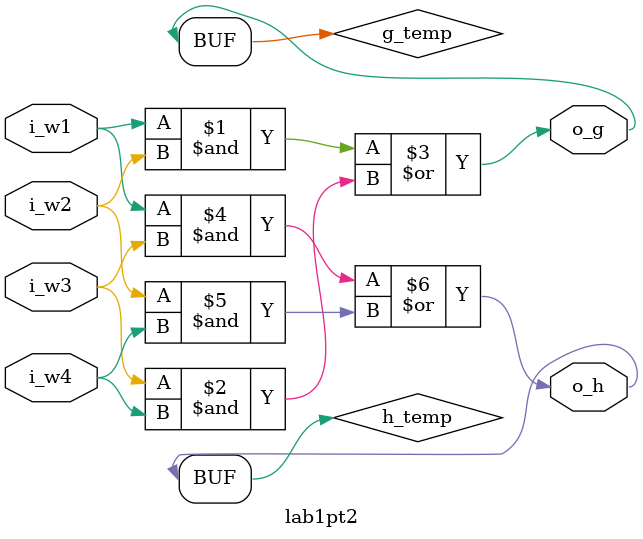
<source format=v>
module lab1pt2 (
	i_w1,
	i_w2,
	i_w3,
	i_w4,
	o_g,
	o_h);

input i_w1;
input i_w2;
input i_w3;
input i_w4;

output o_g;
output o_h;

wire g_temp;
wire h_temp;

assign g_temp = (i_w1 & i_w2) | (i_w3 & i_w4);
assign h_temp = (i_w1 & i_w3) | (i_w2 & i_w4);

assign o_g = g_temp;
assign o_h = h_temp;

endmodule
</source>
